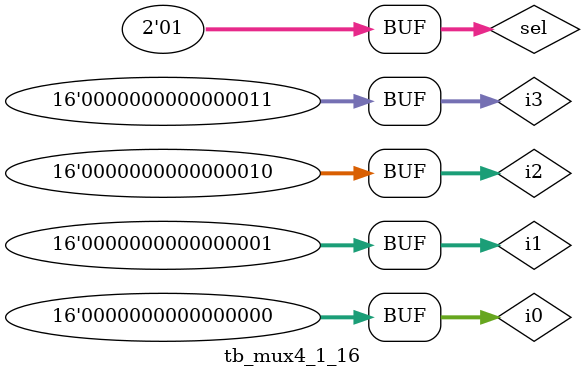
<source format=v>
`timescale 1ns / 1ps

module mux4_1_16(
		output reg [15:0] o,
		input [15:0] i0, i1, i2, i3,
		input [1:0] sel);
//	not(nsel, sel);
//	and(t1, i0, nsel), (t2, i1, sel);
//	or(o, t1, t2);
	always @(sel, i0, i1, i2, i3)
	case(sel)
		2'b00: o = i0;
		2'b01: o = i1;
		2'b10: o = i2;
		2'b11: o = i3;
	endcase
endmodule

module tb_mux4_1_16;
	reg [15:0] i0, i1, i2, i3;
	reg [1:0] sel;
	wire [15:0] o;
	
	mux4_1_16 m(o, i0, i1, i2, i3, sel);
	
	initial
	begin
		i0=0; i1=1; i2 = 2; i3 = 3;
		#10 sel=0;
		#10 sel=1;
		#10 sel=2'b10;
		#10 sel=0;
		#10 sel=3;
		#10 sel=1;
	end
endmodule

</source>
